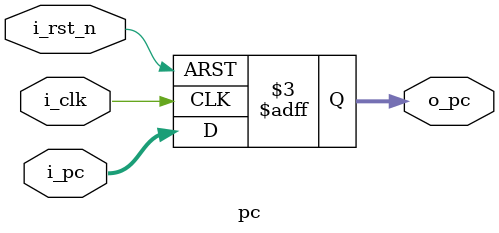
<source format=v>
module pc(i_clk, i_rst_n, i_pc, o_pc);

input               i_clk, i_rst_n;
input       [31:0]  i_pc;
output reg  	[31:0]  o_pc;

always @(posedge i_clk, negedge i_rst_n) begin
	if(~i_rst_n)begin
		o_pc <= 32'b0;
	end else begin
		o_pc <= i_pc;
	end
end 

endmodule
</source>
